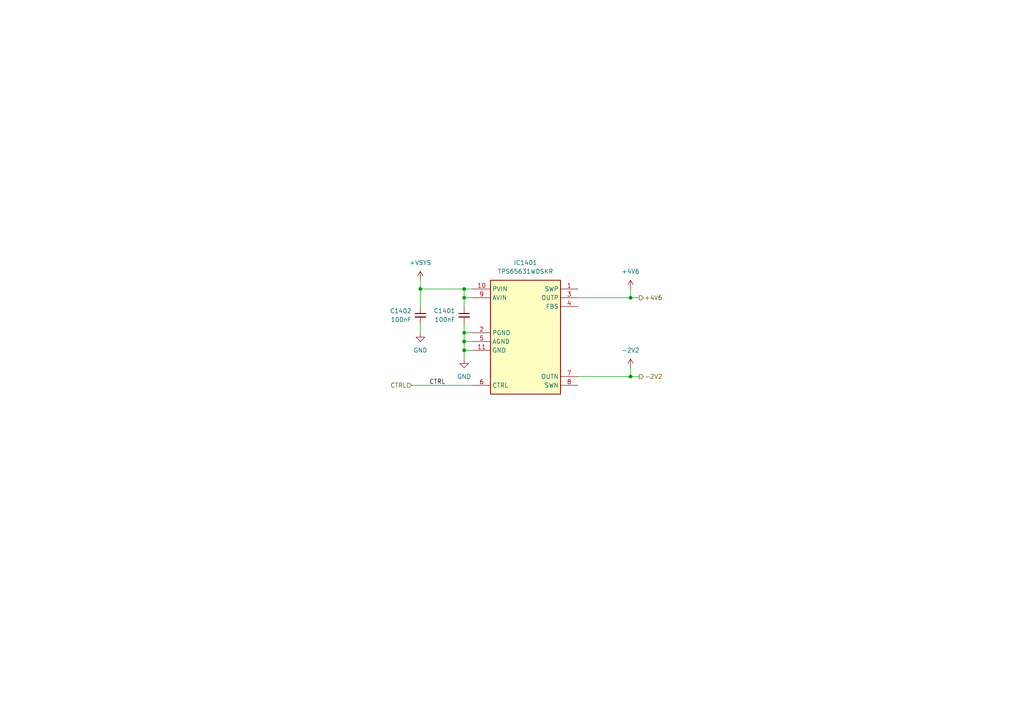
<source format=kicad_sch>
(kicad_sch (version 20230121) (generator eeschema)
  (paper "A4")
  (lib_symbols
    (symbol "Device:C_Small" (pin_numbers hide) (pin_names (offset 0.254) hide)
      (property "Reference" "C" (at 0.254 1.778 0))
      (property "Value" "C_Small" (at 0.254 -2.032 0))
      (symbol "C_Small_0_1"
        (polyline (pts (xy -1.524 -0.508) (xy 1.524 -0.508)) (stroke (width 0.3302)))
        (polyline (pts (xy -1.524 0.508) (xy 1.524 0.508)) (stroke (width 0.3048)))
      )
      (symbol "C_Small_1_1"
        (pin passive line (at 0 2.54 270) (length 2.032) (name "~") (number "1"))
        (pin passive line (at 0 -2.54 90) (length 2.032) (name "~") (number "2"))
      )
    )
    (symbol "TPS65631WDSKR:TPS65631WDSKR"
      (property "Reference" "IC" (at 0 17.78 0))
      (property "Value" "TPS65631WDSKR" (at 0 15.24 0))
      (symbol "TPS65631WDSKR_1_1"
        (rectangle (start -10.16 12.7) (end 10.16 -20.32) (stroke (width 0.254)) (fill (type background)))
        (pin passive line (at 15.24 10.16 180) (length 5.08) (name "SWP") (number "1"))
        (pin passive line (at -15.24 10.16 0) (length 5.08) (name "PVIN") (number "10"))
        (pin passive line (at -15.24 -7.62 0) (length 5.08) (name "GND") (number "11"))
        (pin passive line (at -15.24 -2.54 0) (length 5.08) (name "PGND") (number "2"))
        (pin passive line (at 15.24 7.62 180) (length 5.08) (name "OUTP") (number "3"))
        (pin passive line (at 15.24 5.08 180) (length 5.08) (name "FBS") (number "4"))
        (pin passive line (at -15.24 -5.08 0) (length 5.08) (name "AGND") (number "5"))
        (pin passive line (at -15.24 -17.78 0) (length 5.08) (name "CTRL") (number "6"))
        (pin passive line (at 15.24 -15.24 180) (length 5.08) (name "OUTN") (number "7"))
        (pin passive line (at 15.24 -17.78 180) (length 5.08) (name "SWN") (number "8"))
        (pin passive line (at -15.24 7.62 0) (length 5.08) (name "AVIN") (number "9"))
      )
    )
    (symbol "power:GND" (power) (pin_names (offset 0))
      (property "Value" "GND" (at 0 -3.81 0))
      (symbol "GND_0_1"
        (polyline (pts (xy 0 0) (xy 0 -1.27) (xy 1.27 -1.27) (xy 0 -2.54) (xy -1.27 -1.27) (xy 0 -1.27)))
      )
      (symbol "GND_1_1"
        (pin power_in line (at 0 0 270) (length 0) hide (name "GND") (number "1"))
      )
    )
    (symbol "watch_symbols_lib:+4V6" (power) (pin_names (offset 0))
      (property "Value" "+4V6" (at 0 3.556 0))
      (symbol "+4V6_0_1"
        (polyline (pts (xy -0.762 1.27) (xy 0 2.54)))
        (polyline (pts (xy 0 0) (xy 0 2.54)))
        (polyline (pts (xy 0 2.54) (xy 0.762 1.27)))
      )
      (symbol "+4V6_1_1"
        (pin power_in line (at 0 0 90) (length 0) hide (name "+4V6") (number "1"))
      )
    )
    (symbol "watch_symbols_lib:+VSYS" (power) (pin_names (offset 0))
      (property "Value" "+VSYS" (at 0 3.556 0))
      (symbol "+VSYS_0_1"
        (polyline (pts (xy -0.762 1.27) (xy 0 2.54)))
        (polyline (pts (xy 0 0) (xy 0 2.54)))
        (polyline (pts (xy 0 2.54) (xy 0.762 1.27)))
      )
      (symbol "+VSYS_1_1"
        (pin power_in line (at 0 0 90) (length 0) hide (name "+VSYS") (number "1"))
      )
    )
    (symbol "watch_symbols_lib:-2V2" (power) (pin_names (offset 0))
      (property "Value" "-2V2" (at 0 3.556 0))
      (symbol "-2V2_0_1"
        (polyline (pts (xy -0.762 1.27) (xy 0 2.54)))
        (polyline (pts (xy 0 0) (xy 0 2.54)))
        (polyline (pts (xy 0 2.54) (xy 0.762 1.27)))
      )
      (symbol "-2V2_1_1"
        (pin power_in line (at 0 0 90) (length 0) hide (name "-2V2") (number "1"))
      )
    )
  )
  (junction (at 134.62 99.06))
  (junction (at 134.62 101.6))
  (junction (at 134.62 83.82))
  (junction (at 121.92 83.82))
  (junction (at 134.62 86.36))
  (junction (at 182.88 109.22))
  (junction (at 134.62 96.52))
  (junction (at 182.88 86.36))
  (wire (pts (xy 182.88 109.22) (xy 185.42 109.22)))
  (wire (pts (xy 134.62 96.52) (xy 137.16 96.52)))
  (wire (pts (xy 182.88 86.36) (xy 185.42 86.36)))
  (wire (pts (xy 182.88 106.68) (xy 182.88 109.22)))
  (wire (pts (xy 134.62 93.98) (xy 134.62 96.52)))
  (wire (pts (xy 137.16 101.6) (xy 134.62 101.6)))
  (wire (pts (xy 134.62 86.36) (xy 137.16 86.36)))
  (wire (pts (xy 182.88 83.82) (xy 182.88 86.36)))
  (wire (pts (xy 119.38 111.76) (xy 137.16 111.76)))
  (wire (pts (xy 121.92 81.28) (xy 121.92 83.82)))
  (wire (pts (xy 182.88 109.22) (xy 167.64 109.22)))
  (wire (pts (xy 182.88 86.36) (xy 167.64 86.36)))
  (wire (pts (xy 137.16 99.06) (xy 134.62 99.06)))
  (wire (pts (xy 121.92 83.82) (xy 134.62 83.82)))
  (wire (pts (xy 121.92 83.82) (xy 121.92 88.9)))
  (wire (pts (xy 134.62 99.06) (xy 134.62 96.52)))
  (wire (pts (xy 134.62 83.82) (xy 134.62 86.36)))
  (wire (pts (xy 134.62 101.6) (xy 134.62 104.14)))
  (wire (pts (xy 137.16 83.82) (xy 134.62 83.82)))
  (wire (pts (xy 134.62 86.36) (xy 134.62 88.9)))
  (wire (pts (xy 121.92 93.98) (xy 121.92 96.52)))
  (wire (pts (xy 134.62 101.6) (xy 134.62 99.06)))
  (label "CTRL" (at 124.46 111.76 0))
  (hierarchical_label "-2V2" (shape output) (at 185.42 109.22 0))
  (hierarchical_label "+4V6" (shape output) (at 185.42 86.36 0))
  (hierarchical_label "CTRL" (shape input) (at 119.38 111.76 180))
  (symbol (lib_id "watch_symbols_lib:+VSYS") (at 121.92 81.28 0) (unit 1)
    (property "Reference" "#PWR01402" (effects hide))
    (property "Value" "+VSYS" (at 121.92 76.2 0))
  )
  (symbol (lib_id "Device:C_Small") (at 134.62 91.44 0) (unit 1)
    (property "Reference" "C1401" (at 132.08 90.1763 0) (effects (justify right)))
    (property "Value" "100nF" (at 132.08 92.7163 0) (effects (justify right)))
    (property "Footprint" "Capacitor_SMD:C_0402_1005Metric" (effects hide))
  )
  (symbol (lib_id "Device:C_Small") (at 121.92 91.44 0) (unit 1)
    (property "Reference" "C1402" (at 119.38 90.1763 0) (effects (justify right)))
    (property "Value" "100nF" (at 119.38 92.7163 0) (effects (justify right)))
    (property "Footprint" "Capacitor_SMD:C_0402_1005Metric" (effects hide))
  )
  (symbol (lib_id "power:GND") (at 134.62 104.14 0) (unit 1)
    (property "Reference" "#PWR01401" (effects hide))
    (property "Value" "GND" (at 134.62 109.22 0))
  )
  (symbol (lib_id "power:GND") (at 121.92 96.52 0) (unit 1)
    (property "Reference" "#PWR01403" (effects hide))
    (property "Value" "GND" (at 121.92 101.6 0))
  )
  (symbol (lib_id "watch_symbols_lib:+4V6") (at 182.88 83.82 0) (unit 1)
    (property "Reference" "#PWR01404" (effects hide))
    (property "Value" "+4V6" (at 182.88 78.74 0))
  )
  (symbol (lib_id "TPS65631WDSKR:TPS65631WDSKR") (at 152.4 93.98 0) (unit 1)
    (property "Reference" "IC1401" (at 152.4 76.2 0))
    (property "Value" "TPS65631WDSKR" (at 152.4 78.74 0))
    (property "Footprint" "watch_footprints:SON50P250X250X80-11N-D" (effects hide))
    (property "Datasheet" "http://www.ti.com/lit/gpn/tps65631w" (effects hide))
    (property "Height" "0.8" (effects hide))
    (property "Mouser Part Number" "595-TPS65631WDSKR" (effects hide))
    (property "Mouser Price/Stock" "https://www.mouser.co.uk/ProductDetail/Texas-Instruments/TPS65631WDSKR?qs=6E8igxPflKf9wUn%252Bq%252B8X1Q%3D%3D" (effects hide))
    (property "Manufacturer_Name" "Texas Instruments" (effects hide))
    (property "Manufacturer_Part_Number" "TPS65631WDSKR" (effects hide))
  )
  (symbol (lib_id "watch_symbols_lib:-2V2") (at 182.88 106.68 0) (unit 1)
    (property "Reference" "#PWR01405" (effects hide))
    (property "Value" "-2V2" (at 182.88 101.6 0))
  )
)
</source>
